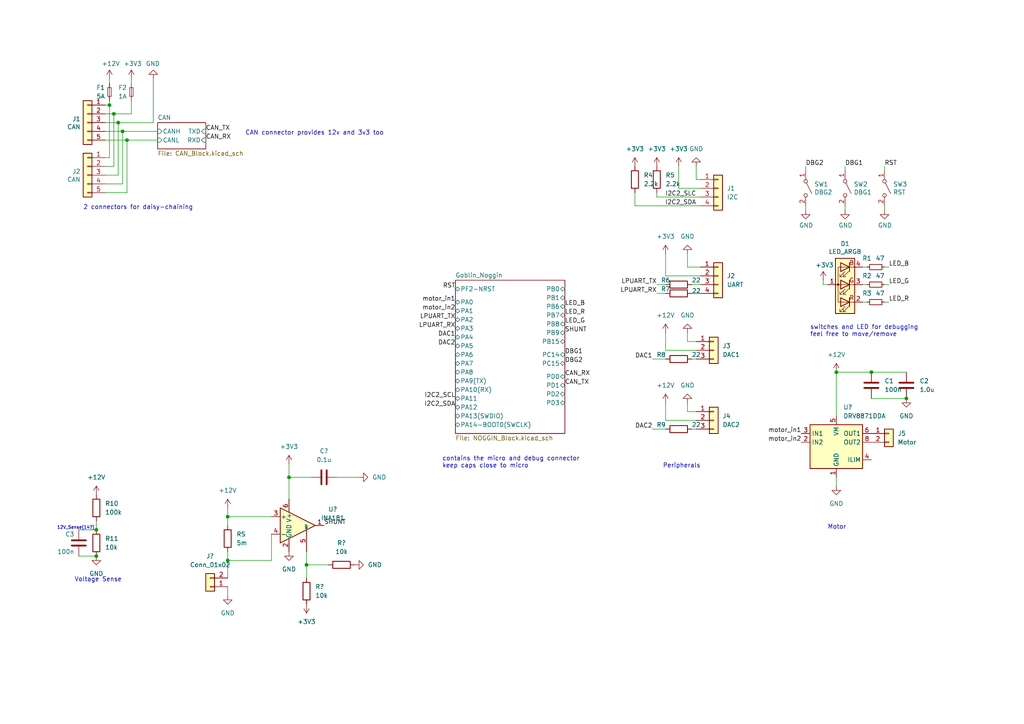
<source format=kicad_sch>
(kicad_sch (version 20211123) (generator eeschema)
  (paper "A4")
  (lib_symbols
    (symbol "Amplifier_Current:INA181" (pin_names (offset 0.127))
      (property "Reference" "U" (at 3.81 3.81 0))
      (property "Value" "INA181" (at 3.81 -2.54 0))
      (symbol "INA181_0_1"
        (polyline (pts (xy 5.08 0) (xy -5.08 5.08) (xy -5.08 -5.08) (xy 5.08 0)) (stroke (width 0.254)) (fill (type background)))
      )
      (symbol "INA181_1_1"
        (pin output line (at 7.62 0 180) (length 2.54) (name "~") (number "1"))
        (pin power_in line (at -2.54 -7.62 90) (length 3.81) (name "GND") (number "2"))
        (pin input line (at -7.62 2.54 0) (length 2.54) (name "+") (number "3"))
        (pin input line (at -7.62 -2.54 0) (length 2.54) (name "-") (number "4"))
        (pin input line (at 2.54 -7.62 90) (length 6.35) (name "REF") (number "5"))
        (pin power_in line (at -2.54 7.62 270) (length 3.81) (name "V+") (number "6"))
      )
    )
    (symbol "Connector_Generic:Conn_01x02" (pin_names (offset 1.016) hide)
      (property "Reference" "J" (at 0 2.54 0))
      (property "Value" "Conn_01x02" (at 0 -5.08 0))
      (symbol "Conn_01x02_1_1"
        (rectangle (start -1.27 -2.413) (end 0 -2.667) (stroke (width 0.1524)))
        (rectangle (start -1.27 0.127) (end 0 -0.127) (stroke (width 0.1524)))
        (rectangle (start -1.27 1.27) (end 1.27 -3.81) (stroke (width 0.254)) (fill (type background)))
        (pin passive line (at -5.08 0 0) (length 3.81) (name "Pin_1") (number "1"))
        (pin passive line (at -5.08 -2.54 0) (length 3.81) (name "Pin_2") (number "2"))
      )
    )
    (symbol "Connector_Generic:Conn_01x03" (pin_names (offset 1.016) hide)
      (property "Reference" "J" (at 0 5.08 0))
      (property "Value" "Conn_01x03" (at 0 -5.08 0))
      (symbol "Conn_01x03_1_1"
        (rectangle (start -1.27 -2.413) (end 0 -2.667) (stroke (width 0.1524)))
        (rectangle (start -1.27 0.127) (end 0 -0.127) (stroke (width 0.1524)))
        (rectangle (start -1.27 2.667) (end 0 2.413) (stroke (width 0.1524)))
        (rectangle (start -1.27 3.81) (end 1.27 -3.81) (stroke (width 0.254)) (fill (type background)))
        (pin passive line (at -5.08 2.54 0) (length 3.81) (name "Pin_1") (number "1"))
        (pin passive line (at -5.08 0 0) (length 3.81) (name "Pin_2") (number "2"))
        (pin passive line (at -5.08 -2.54 0) (length 3.81) (name "Pin_3") (number "3"))
      )
    )
    (symbol "Connector_Generic:Conn_01x04" (pin_names (offset 1.016) hide)
      (property "Reference" "J" (at 0 5.08 0))
      (property "Value" "Conn_01x04" (at 0 -7.62 0))
      (symbol "Conn_01x04_1_1"
        (rectangle (start -1.27 -4.953) (end 0 -5.207) (stroke (width 0.1524)))
        (rectangle (start -1.27 -2.413) (end 0 -2.667) (stroke (width 0.1524)))
        (rectangle (start -1.27 0.127) (end 0 -0.127) (stroke (width 0.1524)))
        (rectangle (start -1.27 2.667) (end 0 2.413) (stroke (width 0.1524)))
        (rectangle (start -1.27 3.81) (end 1.27 -6.35) (stroke (width 0.254)) (fill (type background)))
        (pin passive line (at -5.08 2.54 0) (length 3.81) (name "Pin_1") (number "1"))
        (pin passive line (at -5.08 0 0) (length 3.81) (name "Pin_2") (number "2"))
        (pin passive line (at -5.08 -2.54 0) (length 3.81) (name "Pin_3") (number "3"))
        (pin passive line (at -5.08 -5.08 0) (length 3.81) (name "Pin_4") (number "4"))
      )
    )
    (symbol "Connector_Generic:Conn_01x05" (pin_names (offset 1.016) hide)
      (property "Reference" "J" (at 0 7.62 0))
      (property "Value" "Conn_01x05" (at 0 -7.62 0))
      (symbol "Conn_01x05_1_1"
        (rectangle (start -1.27 -4.953) (end 0 -5.207) (stroke (width 0.1524)))
        (rectangle (start -1.27 -2.413) (end 0 -2.667) (stroke (width 0.1524)))
        (rectangle (start -1.27 0.127) (end 0 -0.127) (stroke (width 0.1524)))
        (rectangle (start -1.27 2.667) (end 0 2.413) (stroke (width 0.1524)))
        (rectangle (start -1.27 5.207) (end 0 4.953) (stroke (width 0.1524)))
        (rectangle (start -1.27 6.35) (end 1.27 -6.35) (stroke (width 0.254)) (fill (type background)))
        (pin passive line (at -5.08 5.08 0) (length 3.81) (name "Pin_1") (number "1"))
        (pin passive line (at -5.08 2.54 0) (length 3.81) (name "Pin_2") (number "2"))
        (pin passive line (at -5.08 0 0) (length 3.81) (name "Pin_3") (number "3"))
        (pin passive line (at -5.08 -2.54 0) (length 3.81) (name "Pin_4") (number "4"))
        (pin passive line (at -5.08 -5.08 0) (length 3.81) (name "Pin_5") (number "5"))
      )
    )
    (symbol "Device:C" (pin_numbers hide) (pin_names (offset 0.254))
      (property "Reference" "C" (at 0.635 2.54 0))
      (property "Value" "C" (at 0.635 -2.54 0))
      (symbol "C_0_1"
        (polyline (pts (xy -2.032 -0.762) (xy 2.032 -0.762)) (stroke (width 0.508)))
        (polyline (pts (xy -2.032 0.762) (xy 2.032 0.762)) (stroke (width 0.508)))
      )
      (symbol "C_1_1"
        (pin passive line (at 0 3.81 270) (length 2.794) (name "~") (number "1"))
        (pin passive line (at 0 -3.81 90) (length 2.794) (name "~") (number "2"))
      )
    )
    (symbol "Device:Fuse_Small" (pin_numbers hide) (pin_names (offset 0.254) hide)
      (property "Reference" "F" (at 0 -1.524 0))
      (property "Value" "Fuse_Small" (at 0 1.524 0))
      (symbol "Fuse_Small_0_1"
        (rectangle (start -1.27 0.508) (end 1.27 -0.508))
        (polyline (pts (xy -1.27 0) (xy 1.27 0)))
      )
      (symbol "Fuse_Small_1_1"
        (pin passive line (at -2.54 0 0) (length 1.27) (name "~") (number "1"))
        (pin passive line (at 2.54 0 180) (length 1.27) (name "~") (number "2"))
      )
    )
    (symbol "Device:LED_ARGB" (pin_names (offset 0) hide)
      (property "Reference" "D" (at 0 9.398 0))
      (property "Value" "LED_ARGB" (at 0 -8.89 0))
      (symbol "LED_ARGB_0_0"
        (text "B" (at -1.905 -6.35 0) (effects (font (size 1.27 1.27))))
        (text "G" (at -1.905 -1.27 0) (effects (font (size 1.27 1.27))))
        (text "R" (at -1.905 3.81 0) (effects (font (size 1.27 1.27))))
      )
      (symbol "LED_ARGB_0_1"
        (polyline (pts (xy -1.27 -5.08) (xy -2.54 -5.08)))
        (polyline (pts (xy -1.27 -5.08) (xy 1.27 -5.08)))
        (polyline (pts (xy -1.27 -3.81) (xy -1.27 -6.35)) (stroke (width 0.254)))
        (polyline (pts (xy -1.27 0) (xy -2.54 0)))
        (polyline (pts (xy -1.27 1.27) (xy -1.27 -1.27)) (stroke (width 0.254)))
        (polyline (pts (xy -1.27 5.08) (xy -2.54 5.08)))
        (polyline (pts (xy -1.27 5.08) (xy 1.27 5.08)))
        (polyline (pts (xy -1.27 6.35) (xy -1.27 3.81)) (stroke (width 0.254)))
        (polyline (pts (xy 1.27 0) (xy -1.27 0)))
        (polyline (pts (xy 1.27 0) (xy 2.54 0)))
        (polyline (pts (xy -1.27 1.27) (xy -1.27 -1.27) (xy -1.27 -1.27)))
        (polyline (pts (xy -1.27 6.35) (xy -1.27 3.81) (xy -1.27 3.81)))
        (polyline (pts (xy 1.27 -5.08) (xy 2.032 -5.08) (xy 2.032 5.08) (xy 1.27 5.08)))
        (polyline (pts (xy 1.27 -3.81) (xy 1.27 -6.35) (xy -1.27 -5.08) (xy 1.27 -3.81)) (stroke (width 0.254)))
        (polyline (pts (xy 1.27 1.27) (xy 1.27 -1.27) (xy -1.27 0) (xy 1.27 1.27)) (stroke (width 0.254)))
        (polyline (pts (xy 1.27 6.35) (xy 1.27 3.81) (xy -1.27 5.08) (xy 1.27 6.35)) (stroke (width 0.254)))
        (polyline (pts (xy -1.016 -3.81) (xy 0.508 -2.286) (xy -0.254 -2.286) (xy 0.508 -2.286) (xy 0.508 -3.048)))
        (polyline (pts (xy -1.016 1.27) (xy 0.508 2.794) (xy -0.254 2.794) (xy 0.508 2.794) (xy 0.508 2.032)))
        (polyline (pts (xy -1.016 6.35) (xy 0.508 7.874) (xy -0.254 7.874) (xy 0.508 7.874) (xy 0.508 7.112)))
        (polyline (pts (xy 0 -3.81) (xy 1.524 -2.286) (xy 0.762 -2.286) (xy 1.524 -2.286) (xy 1.524 -3.048)))
        (polyline (pts (xy 0 1.27) (xy 1.524 2.794) (xy 0.762 2.794) (xy 1.524 2.794) (xy 1.524 2.032)))
        (polyline (pts (xy 0 6.35) (xy 1.524 7.874) (xy 0.762 7.874) (xy 1.524 7.874) (xy 1.524 7.112)))
        (rectangle (start 1.27 -1.27) (end 1.27 1.27))
        (rectangle (start 1.27 1.27) (end 1.27 1.27))
        (rectangle (start 1.27 3.81) (end 1.27 6.35))
        (rectangle (start 1.27 6.35) (end 1.27 6.35))
        (circle (center 2.032 0) (radius 0.254) (fill (type outline)))
        (rectangle (start 2.794 8.382) (end -2.794 -7.62) (stroke (width 0.254)) (fill (type background)))
      )
      (symbol "LED_ARGB_1_1"
        (pin passive line (at 5.08 0 180) (length 2.54) (name "A") (number "1"))
        (pin passive line (at -5.08 5.08 0) (length 2.54) (name "RK") (number "2"))
        (pin passive line (at -5.08 0 0) (length 2.54) (name "GK") (number "3"))
        (pin passive line (at -5.08 -5.08 0) (length 2.54) (name "BK") (number "4"))
      )
    )
    (symbol "Device:R" (pin_numbers hide) (pin_names (offset 0))
      (property "Reference" "R" (at 2.032 0 90))
      (property "Value" "R" (at 0 0 90))
      (symbol "R_0_1"
        (rectangle (start -1.016 -2.54) (end 1.016 2.54) (stroke (width 0.254)))
      )
      (symbol "R_1_1"
        (pin passive line (at 0 3.81 270) (length 1.27) (name "~") (number "1"))
        (pin passive line (at 0 -3.81 90) (length 1.27) (name "~") (number "2"))
      )
    )
    (symbol "Device:R_Small" (pin_numbers hide) (pin_names (offset 0.254) hide)
      (property "Reference" "R" (at 0.762 0.508 0))
      (property "Value" "R_Small" (at 0.762 -1.016 0))
      (symbol "R_Small_0_1"
        (rectangle (start -0.762 1.778) (end 0.762 -1.778) (stroke (width 0.2032)))
      )
      (symbol "R_Small_1_1"
        (pin passive line (at 0 2.54 270) (length 0.762) (name "~") (number "1"))
        (pin passive line (at 0 -2.54 90) (length 0.762) (name "~") (number "2"))
      )
    )
    (symbol "Driver_Motor:DRV8871DDA"
      (property "Reference" "U" (at -6.35 6.35 0))
      (property "Value" "DRV8871DDA" (at 8.89 6.35 0))
      (symbol "DRV8871DDA_0_1"
        (rectangle (start -7.62 5.08) (end 7.62 -7.62) (stroke (width 0.254)) (fill (type background)))
      )
      (symbol "DRV8871DDA_1_1"
        (pin power_in line (at 0 -10.16 90) (length 2.54) (name "GND") (number "1"))
        (pin input line (at -10.16 0 0) (length 2.54) (name "IN2") (number "2"))
        (pin input line (at -10.16 2.54 0) (length 2.54) (name "IN1") (number "3"))
        (pin passive line (at 10.16 -5.08 180) (length 2.54) (name "ILIM") (number "4"))
        (pin power_in line (at 0 7.62 270) (length 2.54) (name "VM") (number "5"))
        (pin output line (at 10.16 2.54 180) (length 2.54) (name "OUT1") (number "6"))
        (pin passive line (at 0 -10.16 90) (length 2.54) hide (name "GND") (number "7"))
        (pin output line (at 10.16 0 180) (length 2.54) (name "OUT2") (number "8"))
        (pin passive line (at 0 -10.16 90) (length 2.54) hide (name "GND") (number "9"))
      )
    )
    (symbol "Switch:SW_SPST" (pin_names (offset 0) hide)
      (property "Reference" "SW" (at 0 3.175 0))
      (property "Value" "SW_SPST" (at 0 -2.54 0))
      (symbol "SW_SPST_0_0"
        (circle (center -2.032 0) (radius 0.508))
        (polyline (pts (xy -1.524 0.254) (xy 1.524 1.778)))
        (circle (center 2.032 0) (radius 0.508))
      )
      (symbol "SW_SPST_1_1"
        (pin passive line (at -5.08 0 0) (length 2.54) (name "A") (number "1"))
        (pin passive line (at 5.08 0 180) (length 2.54) (name "B") (number "2"))
      )
    )
    (symbol "power:+12V" (power) (pin_names (offset 0))
      (property "Value" "+12V" (at 0 3.556 0))
      (symbol "+12V_0_1"
        (polyline (pts (xy -0.762 1.27) (xy 0 2.54)))
        (polyline (pts (xy 0 0) (xy 0 2.54)))
        (polyline (pts (xy 0 2.54) (xy 0.762 1.27)))
      )
      (symbol "+12V_1_1"
        (pin power_in line (at 0 0 90) (length 0) hide (name "+12V") (number "1"))
      )
    )
    (symbol "power:+3.3V" (power) (pin_names (offset 0))
      (property "Value" "+3.3V" (at 0 3.556 0))
      (symbol "+3.3V_0_1"
        (polyline (pts (xy -0.762 1.27) (xy 0 2.54)))
        (polyline (pts (xy 0 0) (xy 0 2.54)))
        (polyline (pts (xy 0 2.54) (xy 0.762 1.27)))
      )
      (symbol "+3.3V_1_1"
        (pin power_in line (at 0 0 90) (length 0) hide (name "+3V3") (number "1"))
      )
    )
    (symbol "power:+3V3" (power) (pin_names (offset 0))
      (property "Value" "+3V3" (at 0 3.556 0))
      (symbol "+3V3_0_1"
        (polyline (pts (xy -0.762 1.27) (xy 0 2.54)))
        (polyline (pts (xy 0 0) (xy 0 2.54)))
        (polyline (pts (xy 0 2.54) (xy 0.762 1.27)))
      )
      (symbol "+3V3_1_1"
        (pin power_in line (at 0 0 90) (length 0) hide (name "+3V3") (number "1"))
      )
    )
    (symbol "power:GND" (power) (pin_names (offset 0))
      (property "Value" "GND" (at 0 -3.81 0))
      (symbol "GND_0_1"
        (polyline (pts (xy 0 0) (xy 0 -1.27) (xy 1.27 -1.27) (xy 0 -2.54) (xy -1.27 -1.27) (xy 0 -1.27)))
      )
      (symbol "GND_1_1"
        (pin power_in line (at 0 0 270) (length 0) hide (name "GND") (number "1"))
      )
    )
  )
  (junction (at 66.04 162.56))
  (junction (at 262.89 115.57))
  (junction (at 83.82 138.43))
  (junction (at 34.29 35.56))
  (junction (at 35.56 38.1))
  (junction (at 66.04 149.86))
  (junction (at 242.57 107.95))
  (junction (at 27.94 153.67))
  (junction (at 88.9 163.83))
  (junction (at 27.94 161.29))
  (junction (at 252.73 107.95))
  (junction (at 36.83 40.64))
  (junction (at 33.02 33.02))
  (junction (at 31.75 30.48))
  (wire (pts (xy 193.04 116.84) (xy 193.04 121.92)))
  (wire (pts (xy 66.04 149.86) (xy 78.74 149.86)))
  (wire (pts (xy 238.76 81.28) (xy 238.76 82.55)))
  (wire (pts (xy 200.66 85.09) (xy 203.2 85.09)))
  (wire (pts (xy 22.86 153.67) (xy 27.94 153.67)))
  (wire (pts (xy 33.02 33.02) (xy 38.1 33.02)))
  (wire (pts (xy 184.15 55.88) (xy 184.15 59.69)))
  (wire (pts (xy 203.2 80.01) (xy 193.04 80.01)))
  (wire (pts (xy 22.86 161.29) (xy 27.94 161.29)))
  (wire (pts (xy 34.29 50.8) (xy 34.29 35.56)))
  (wire (pts (xy 44.45 35.56) (xy 44.45 22.86)))
  (wire (pts (xy 66.04 170.18) (xy 66.04 172.72)))
  (wire (pts (xy 30.48 33.02) (xy 33.02 33.02)))
  (wire (pts (xy 88.9 163.83) (xy 95.25 163.83)))
  (wire (pts (xy 45.72 38.1) (xy 35.56 38.1)))
  (wire (pts (xy 199.39 116.84) (xy 199.39 119.38)))
  (wire (pts (xy 199.39 96.52) (xy 199.39 99.06)))
  (wire (pts (xy 88.9 160.02) (xy 88.9 163.83)))
  (wire (pts (xy 190.5 55.88) (xy 190.5 57.15)))
  (wire (pts (xy 233.68 48.26) (xy 233.68 49.53)))
  (wire (pts (xy 36.83 40.64) (xy 45.72 40.64)))
  (wire (pts (xy 242.57 107.95) (xy 252.73 107.95)))
  (wire (pts (xy 201.93 99.06) (xy 199.39 99.06)))
  (wire (pts (xy 250.19 87.63) (xy 251.46 87.63)))
  (wire (pts (xy 66.04 162.56) (xy 66.04 160.02)))
  (wire (pts (xy 201.93 101.6) (xy 193.04 101.6)))
  (wire (pts (xy 30.48 30.48) (xy 31.75 30.48)))
  (wire (pts (xy 66.04 162.56) (xy 66.04 167.64)))
  (wire (pts (xy 233.68 60.96) (xy 233.68 59.69)))
  (wire (pts (xy 66.04 152.4) (xy 66.04 149.86)))
  (wire (pts (xy 97.79 138.43) (xy 104.14 138.43)))
  (wire (pts (xy 199.39 73.66) (xy 199.39 77.47)))
  (wire (pts (xy 201.93 119.38) (xy 199.39 119.38)))
  (wire (pts (xy 30.48 45.72) (xy 31.75 45.72)))
  (wire (pts (xy 203.2 57.15) (xy 190.5 57.15)))
  (wire (pts (xy 31.75 45.72) (xy 31.75 30.48)))
  (wire (pts (xy 35.56 53.34) (xy 35.56 38.1)))
  (wire (pts (xy 88.9 163.83) (xy 88.9 167.64)))
  (wire (pts (xy 31.75 30.48) (xy 31.75 29.21)))
  (wire (pts (xy 78.74 154.94) (xy 78.74 162.56)))
  (wire (pts (xy 34.29 35.56) (xy 44.45 35.56)))
  (wire (pts (xy 90.17 138.43) (xy 83.82 138.43)))
  (wire (pts (xy 190.5 82.55) (xy 193.04 82.55)))
  (wire (pts (xy 189.23 124.46) (xy 193.04 124.46)))
  (wire (pts (xy 256.54 60.96) (xy 256.54 59.69)))
  (wire (pts (xy 256.54 87.63) (xy 257.81 87.63)))
  (wire (pts (xy 38.1 33.02) (xy 38.1 29.21)))
  (wire (pts (xy 203.2 77.47) (xy 199.39 77.47)))
  (wire (pts (xy 203.2 54.61) (xy 196.85 54.61)))
  (wire (pts (xy 256.54 82.55) (xy 257.81 82.55)))
  (wire (pts (xy 193.04 96.52) (xy 193.04 101.6)))
  (wire (pts (xy 201.93 121.92) (xy 193.04 121.92)))
  (wire (pts (xy 38.1 24.13) (xy 38.1 22.86)))
  (wire (pts (xy 35.56 38.1) (xy 30.48 38.1)))
  (wire (pts (xy 83.82 134.62) (xy 83.82 138.43)))
  (wire (pts (xy 242.57 140.97) (xy 242.57 138.43)))
  (wire (pts (xy 196.85 48.26) (xy 196.85 54.61)))
  (wire (pts (xy 30.48 53.34) (xy 35.56 53.34)))
  (wire (pts (xy 30.48 40.64) (xy 36.83 40.64)))
  (wire (pts (xy 250.19 77.47) (xy 251.46 77.47)))
  (wire (pts (xy 27.94 151.13) (xy 27.94 153.67)))
  (wire (pts (xy 201.93 48.26) (xy 201.93 52.07)))
  (wire (pts (xy 30.48 48.26) (xy 33.02 48.26)))
  (wire (pts (xy 252.73 115.57) (xy 262.89 115.57)))
  (wire (pts (xy 66.04 162.56) (xy 78.74 162.56)))
  (wire (pts (xy 203.2 52.07) (xy 201.93 52.07)))
  (wire (pts (xy 190.5 85.09) (xy 193.04 85.09)))
  (wire (pts (xy 242.57 107.95) (xy 242.57 120.65)))
  (wire (pts (xy 256.54 77.47) (xy 257.81 77.47)))
  (wire (pts (xy 30.48 35.56) (xy 34.29 35.56)))
  (wire (pts (xy 200.66 104.14) (xy 201.93 104.14)))
  (wire (pts (xy 252.73 107.95) (xy 262.89 107.95)))
  (wire (pts (xy 30.48 50.8) (xy 34.29 50.8)))
  (wire (pts (xy 245.11 60.96) (xy 245.11 59.69)))
  (wire (pts (xy 203.2 59.69) (xy 184.15 59.69)))
  (wire (pts (xy 36.83 55.88) (xy 36.83 40.64)))
  (wire (pts (xy 200.66 124.46) (xy 201.93 124.46)))
  (wire (pts (xy 31.75 24.13) (xy 31.75 22.86)))
  (wire (pts (xy 250.19 82.55) (xy 251.46 82.55)))
  (wire (pts (xy 66.04 149.86) (xy 66.04 147.32)))
  (wire (pts (xy 33.02 48.26) (xy 33.02 33.02)))
  (wire (pts (xy 30.48 55.88) (xy 36.83 55.88)))
  (wire (pts (xy 189.23 104.14) (xy 193.04 104.14)))
  (wire (pts (xy 83.82 138.43) (xy 83.82 144.78)))
  (wire (pts (xy 200.66 82.55) (xy 203.2 82.55)))
  (wire (pts (xy 256.54 48.26) (xy 256.54 49.53)))
  (wire (pts (xy 245.11 48.26) (xy 245.11 49.53)))
  (wire (pts (xy 193.04 73.66) (xy 193.04 80.01)))
  (wire (pts (xy 238.76 82.55) (xy 240.03 82.55)))
  (text "2 connectors for daisy-chaining" (at 24.13 60.96 0) (effects (font (size 1.27 1.27)) (justify left bottom)))
  (text "12V_Sense(14?)\n" (at 16.51 153.67 0) (effects (font (size 0.9 0.9)) (justify left bottom)))
  (text "Motor\n" (at 240.03 153.67 0) (effects (font (size 1.27 1.27)) (justify left bottom)))
  (text "switches and LED for debugging\nfeel free to move/remove" (at 234.95 97.79 0) (effects (font (size 1.27 1.27)) (justify left bottom)))
  (text "CAN connector provides 12v and 3v3 too" (at 71.12 39.37 0) (effects (font (size 1.27 1.27)) (justify left bottom)))
  (text "contains the micro and debug connector\nkeep caps close to micro" (at 128.27 135.89 0) (effects (font (size 1.27 1.27)) (justify left bottom)))
  (text "Peripherals\n" (at 203.2 135.89 180) (effects (font (size 1.27 1.27)) (justify right bottom)))
  (text "Voltage Sense\n" (at 21.59 168.91 0) (effects (font (size 1.27 1.27)) (justify left bottom)))
  (label "CAN_RX" (at 163.83 109.22 0))
  (label "LED_B" (at 163.83 88.9 0))
  (label "SHUNT" (at 163.83 96.52 0))
  (label "I2C2_SDA" (at 132.08 118.11 180))
  (label "LPUART_TX" (at 132.08 92.71 180))
  (label "LED_B" (at 257.81 77.47 0))
  (label "RST" (at 132.08 83.82 180))
  (label "motor_in1" (at 232.41 125.73 180))
  (label "I2C2_SCL" (at 132.08 115.57 180))
  (label "I2C2_SLC" (at 201.93 57.15 180))
  (label "DAC1" (at 132.08 97.79 180))
  (label "DAC1" (at 189.23 104.14 180))
  (label "CAN_RX" (at 59.69 40.64 0))
  (label "LED_R" (at 163.83 91.44 0))
  (label "I2C2_SDA" (at 201.93 59.69 180))
  (label "LED_G" (at 163.83 93.98 0))
  (label "CAN_TX" (at 163.83 111.76 0))
  (label "SHUNT" (at 93.98 152.4 0))
  (label "motor_in2" (at 232.41 128.27 180))
  (label "LPUART_TX" (at 190.5 82.55 180))
  (label "LPUART_RX" (at 190.5 85.09 180))
  (label "DBG1" (at 245.11 48.26 0))
  (label "LPUART_RX" (at 132.08 95.25 180))
  (label "motor_in1" (at 132.08 87.63 180))
  (label "LED_R" (at 257.81 87.63 0))
  (label "DAC2" (at 189.23 124.46 180))
  (label "LED_G" (at 257.81 82.55 0))
  (label "DBG2" (at 233.68 48.26 0))
  (label "DBG1" (at 163.83 102.87 0))
  (label "CAN_TX" (at 59.69 38.1 0))
  (label "RST" (at 256.54 48.26 0))
  (label "DBG2" (at 163.83 105.41 0))
  (label "DAC2" (at 132.08 100.33 180))
  (label "motor_in2" (at 132.08 90.17 180))
  (symbol (lib_id "Switch:SW_SPST") (at 233.68 54.61 270) (unit 1)
    (property "Reference" "SW1" (at 236.1692 53.4416 90) (effects (justify left)))
    (property "Value" "DBG2" (at 236.1692 55.753 90) (effects (justify left)))
    (property "Footprint" "Button_Switch_SMD:SW_SPST_PTS810" (effects hide))
  )
  (symbol (lib_id "power:GND") (at 233.68 60.96 0) (unit 1)
    (property "Reference" "#PWR04" (effects hide))
    (property "Value" "GND" (at 233.807 65.3542 0))
  )
  (symbol (lib_id "Device:LED_ARGB") (at 245.11 82.55 180) (unit 1)
    (property "Reference" "D1" (at 245.11 70.6882 0))
    (property "Value" "LED_ARGB" (at 245.11 72.9996 0))
    (property "Footprint" "LED_SMD:LED_Cree-PLCC4_2x2mm_CW" (effects hide))
  )
  (symbol (lib_id "Device:R_Small") (at 254 77.47 270) (unit 1)
    (property "Reference" "R1" (at 251.46 74.93 90))
    (property "Value" "47" (at 255.27 74.93 90))
    (property "Footprint" "Resistor_SMD:R_0603_1608Metric" (effects hide))
  )
  (symbol (lib_id "Device:R_Small") (at 254 82.55 270) (unit 1)
    (property "Reference" "R2" (at 251.46 80.01 90))
    (property "Value" "47" (at 255.27 80.01 90))
    (property "Footprint" "Resistor_SMD:R_0603_1608Metric" (effects hide))
  )
  (symbol (lib_id "Device:R_Small") (at 254 87.63 270) (unit 1)
    (property "Reference" "R3" (at 251.46 85.09 90))
    (property "Value" "47" (at 255.27 85.09 90))
    (property "Footprint" "Resistor_SMD:R_0603_1608Metric" (effects hide))
  )
  (symbol (lib_id "power:+3V3") (at 238.76 81.28 0) (unit 1)
    (property "Reference" "#PWR05" (effects hide))
    (property "Value" "+3V3" (at 239.141 76.8858 0))
  )
  (symbol (lib_id "Connector_Generic:Conn_01x05") (at 25.4 35.56 0) (mirror y) (unit 1)
    (property "Reference" "J1" (at 23.368 34.4932 0) (effects (justify left)))
    (property "Value" "CAN" (at 23.368 36.8046 0) (effects (justify left)))
    (property "Footprint" "extraparts:Molex_DuraClik_Vert_5pin" (effects hide))
  )
  (symbol (lib_id "Connector_Generic:Conn_01x05") (at 25.4 50.8 0) (mirror y) (unit 1)
    (property "Reference" "J2" (at 23.368 49.7332 0) (effects (justify left)))
    (property "Value" "CAN" (at 23.368 52.0446 0) (effects (justify left)))
    (property "Footprint" "extraparts:Molex_DuraClik_Vert_5pin" (effects hide))
  )
  (symbol (lib_id "Device:Fuse_Small") (at 38.1 26.67 270) (unit 1)
    (property "Reference" "F2" (at 35.56 25.4 90))
    (property "Value" "1A" (at 35.56 27.94 90))
    (property "Footprint" "Fuse:Fuse_1206_3216Metric" (effects hide))
  )
  (symbol (lib_id "Device:Fuse_Small") (at 31.75 26.67 270) (unit 1)
    (property "Reference" "F1" (at 29.21 25.4 90))
    (property "Value" "5A" (at 29.21 27.94 90))
    (property "Footprint" "Fuse:Fuse_2920_7451Metric" (effects hide))
  )
  (symbol (lib_id "power:+12V") (at 31.75 22.86 0) (unit 1)
    (property "Reference" "#PWR01" (effects hide))
    (property "Value" "+12V" (at 32.131 18.4658 0))
  )
  (symbol (lib_id "power:GND") (at 44.45 22.86 180) (unit 1)
    (property "Reference" "#PWR03" (effects hide))
    (property "Value" "GND" (at 44.323 18.4658 0))
  )
  (symbol (lib_id "Switch:SW_SPST") (at 245.11 54.61 270) (unit 1)
    (property "Reference" "SW2" (at 247.5992 53.4416 90) (effects (justify left)))
    (property "Value" "DBG1" (at 247.5992 55.753 90) (effects (justify left)))
    (property "Footprint" "Button_Switch_SMD:SW_SPST_PTS810" (effects hide))
  )
  (symbol (lib_id "power:GND") (at 245.11 60.96 0) (unit 1)
    (property "Reference" "#PWR06" (effects hide))
    (property "Value" "GND" (at 245.237 65.3542 0))
  )
  (symbol (lib_id "Switch:SW_SPST") (at 256.54 54.61 270) (unit 1)
    (property "Reference" "SW3" (at 259.0292 53.4416 90) (effects (justify left)))
    (property "Value" "RST" (at 259.0292 55.753 90) (effects (justify left)))
    (property "Footprint" "Button_Switch_SMD:SW_SPST_PTS810" (effects hide))
  )
  (symbol (lib_id "power:GND") (at 256.54 60.96 0) (unit 1)
    (property "Reference" "#PWR07" (effects hide))
    (property "Value" "GND" (at 256.667 65.3542 0))
  )
  (symbol (lib_id "power:+3V3") (at 38.1 22.86 0) (unit 1)
    (property "Reference" "#PWR02" (effects hide))
    (property "Value" "+3V3" (at 38.481 18.4658 0))
  )
  (symbol (lib_id "power:+3.3V") (at 184.15 48.26 0) (unit 1)
    (property "Reference" "#PWR?" (effects hide))
    (property "Value" "+3.3V" (at 184.15 43.18 0))
  )
  (symbol (lib_id "power:+3V3") (at 193.04 73.66 0) (unit 1)
    (property "Reference" "#PWR?" (effects hide))
    (property "Value" "+3V3" (at 193.04 68.58 0))
  )
  (symbol (lib_id "Device:C") (at 252.73 111.76 0) (unit 1)
    (property "Reference" "C1" (at 256.54 110.4899 0) (effects (justify left)))
    (property "Value" "100n" (at 256.54 113.0299 0) (effects (justify left)))
  )
  (symbol (lib_id "Device:R") (at 88.9 171.45 0) (unit 1)
    (property "Reference" "R?" (at 91.44 170.1799 0) (effects (justify left)))
    (property "Value" "10k" (at 91.44 172.7199 0) (effects (justify left)))
  )
  (symbol (lib_id "Device:R") (at 184.15 52.07 0) (unit 1)
    (property "Reference" "R4" (at 186.69 50.7999 0) (effects (justify left)))
    (property "Value" "2.2k" (at 186.69 53.3399 0) (effects (justify left)))
  )
  (symbol (lib_id "Device:R") (at 196.85 85.09 90) (unit 1)
    (property "Reference" "R7" (at 193.04 83.82 90))
    (property "Value" "22" (at 200.66 85.09 90) (effects (justify right top)))
  )
  (symbol (lib_id "power:+12V") (at 193.04 116.84 0) (unit 1)
    (property "Reference" "#PWR?" (effects hide))
    (property "Value" "+12V" (at 193.04 111.76 0))
  )
  (symbol (lib_id "power:GND") (at 262.89 115.57 0) (unit 1)
    (property "Reference" "#PWR?" (effects hide))
    (property "Value" "GND" (at 262.89 120.65 0))
  )
  (symbol (lib_id "power:GND") (at 83.82 160.02 0) (unit 1)
    (property "Reference" "#PWR?" (effects hide))
    (property "Value" "GND" (at 83.82 165.1 0))
  )
  (symbol (lib_id "Device:R") (at 27.94 157.48 0) (unit 1)
    (property "Reference" "R11" (at 30.48 156.2099 0) (effects (justify left)))
    (property "Value" "10k" (at 30.48 158.7499 0) (effects (justify left)))
  )
  (symbol (lib_id "power:+3.3V") (at 196.85 48.26 0) (unit 1)
    (property "Reference" "#PWR?" (effects hide))
    (property "Value" "+3.3V" (at 196.85 43.18 0))
  )
  (symbol (lib_id "Amplifier_Current:INA181") (at 86.36 152.4 0) (unit 1)
    (property "Reference" "U?" (at 96.52 147.701 0))
    (property "Value" "INA181" (at 96.52 150.241 0))
    (property "Footprint" "Package_TO_SOT_SMD:SOT-23-6" (effects hide))
    (property "Datasheet" "http://www.ti.com/lit/ds/symlink/ina181.pdf" (effects hide))
  )
  (symbol (lib_id "power:+12V") (at 193.04 96.52 0) (unit 1)
    (property "Reference" "#PWR?" (effects hide))
    (property "Value" "+12V" (at 193.04 91.44 0))
  )
  (symbol (lib_id "power:+3.3V") (at 190.5 48.26 0) (unit 1)
    (property "Reference" "#PWR?" (effects hide))
    (property "Value" "+3.3V" (at 190.5 43.18 0))
  )
  (symbol (lib_id "power:GND") (at 27.94 161.29 0) (unit 1)
    (property "Reference" "#PWR?" (effects hide))
    (property "Value" "GND" (at 27.94 166.37 0))
  )
  (symbol (lib_id "power:+3V3") (at 88.9 175.26 180) (unit 1)
    (property "Reference" "#PWR?" (effects hide))
    (property "Value" "+3V3" (at 88.9 180.34 0))
  )
  (symbol (lib_id "Device:R") (at 99.06 163.83 90) (unit 1)
    (property "Reference" "R?" (at 99.06 157.48 90))
    (property "Value" "10k" (at 99.06 160.02 90))
  )
  (symbol (lib_id "power:GND") (at 66.04 172.72 0) (unit 1)
    (property "Reference" "#PWR?" (effects hide))
    (property "Value" "GND" (at 66.04 177.8 0))
  )
  (symbol (lib_id "power:+12V") (at 66.04 147.32 0) (unit 1)
    (property "Reference" "#PWR?" (effects hide))
    (property "Value" "+12V" (at 66.04 142.24 0))
  )
  (symbol (lib_id "Device:C") (at 262.89 111.76 0) (unit 1)
    (property "Reference" "C2" (at 266.7 110.4899 0) (effects (justify left)))
    (property "Value" "1.0u" (at 266.7 113.0299 0) (effects (justify left)))
  )
  (symbol (lib_id "Connector_Generic:Conn_01x04") (at 208.28 54.61 0) (unit 1)
    (property "Reference" "J1" (at 210.82 54.6099 0) (effects (justify left)))
    (property "Value" "I2C" (at 210.82 57.1499 0) (effects (justify left)))
    (property "Footprint" "Connector_PinSocket_1.00mm:PinSocket_1x04_P1.00mm_Vertical" (effects hide))
  )
  (symbol (lib_id "power:+12V") (at 27.94 143.51 0) (unit 1)
    (property "Reference" "#PWR?" (effects hide))
    (property "Value" "+12V" (at 27.94 138.43 0))
  )
  (symbol (lib_id "power:+12V") (at 242.57 107.95 0) (unit 1)
    (property "Reference" "#PWR?" (effects hide))
    (property "Value" "+12V" (at 242.57 102.87 0))
  )
  (symbol (lib_id "Connector_Generic:Conn_01x02") (at 257.81 125.73 0) (unit 1)
    (property "Reference" "J5" (at 260.35 125.7299 0) (effects (justify left)))
    (property "Value" "Motor" (at 260.35 128.2699 0) (effects (justify left)))
  )
  (symbol (lib_id "power:GND") (at 102.87 163.83 90) (unit 1)
    (property "Reference" "#PWR?" (effects hide))
    (property "Value" "GND" (at 106.68 163.8299 90) (effects (justify right)))
  )
  (symbol (lib_id "power:GND") (at 242.57 140.97 0) (unit 1)
    (property "Reference" "#PWR?" (effects hide))
    (property "Value" "GND" (at 242.57 146.05 0))
  )
  (symbol (lib_id "Device:R") (at 27.94 147.32 0) (unit 1)
    (property "Reference" "R10" (at 30.48 146.0499 0) (effects (justify left)))
    (property "Value" "100k" (at 30.48 148.5899 0) (effects (justify left)))
  )
  (symbol (lib_id "Device:C") (at 93.98 138.43 90) (unit 1)
    (property "Reference" "C?" (at 93.98 130.81 90))
    (property "Value" "0.1u" (at 93.98 133.35 90))
  )
  (symbol (lib_id "power:GND") (at 199.39 73.66 180) (unit 1)
    (property "Reference" "#PWR?" (effects hide))
    (property "Value" "GND" (at 199.39 68.58 0))
  )
  (symbol (lib_id "power:GND") (at 199.39 116.84 180) (unit 1)
    (property "Reference" "#PWR?" (effects hide))
    (property "Value" "GND" (at 199.39 111.76 0))
  )
  (symbol (lib_id "Connector_Generic:Conn_01x03") (at 207.01 101.6 0) (unit 1)
    (property "Reference" "J3" (at 209.55 100.3299 0) (effects (justify left)))
    (property "Value" "DAC1" (at 209.55 102.8699 0) (effects (justify left)))
    (property "Footprint" "Connector_PinSocket_1.00mm:PinSocket_1x03_P1.00mm_Vertical" (effects hide))
  )
  (symbol (lib_id "power:+3V3") (at 83.82 134.62 0) (unit 1)
    (property "Reference" "#PWR?" (effects hide))
    (property "Value" "+3V3" (at 83.82 129.54 0))
  )
  (symbol (lib_id "Connector_Generic:Conn_01x04") (at 208.28 80.01 0) (unit 1)
    (property "Reference" "J2" (at 210.82 80.0099 0) (effects (justify left)))
    (property "Value" "UART" (at 210.82 82.5499 0) (effects (justify left)))
    (property "Footprint" "Connector_PinSocket_1.00mm:PinSocket_1x04_P1.00mm_Vertical" (effects hide))
  )
  (symbol (lib_id "Device:R") (at 196.85 104.14 90) (unit 1)
    (property "Reference" "R8" (at 191.77 102.87 90))
    (property "Value" "22" (at 201.93 102.87 90))
  )
  (symbol (lib_id "power:GND") (at 104.14 138.43 90) (unit 1)
    (property "Reference" "#PWR?" (effects hide))
    (property "Value" "GND" (at 107.95 138.4299 90) (effects (justify right)))
  )
  (symbol (lib_id "Device:R") (at 190.5 52.07 0) (unit 1)
    (property "Reference" "R5" (at 193.04 50.7999 0) (effects (justify left)))
    (property "Value" "2.2k" (at 193.04 53.3399 0) (effects (justify left)))
  )
  (symbol (lib_id "Connector_Generic:Conn_01x03") (at 207.01 121.92 0) (unit 1)
    (property "Reference" "J4" (at 209.55 120.6499 0) (effects (justify left)))
    (property "Value" "DAC2" (at 209.55 123.1899 0) (effects (justify left)))
    (property "Footprint" "Connector_PinSocket_1.00mm:PinSocket_1x03_P1.00mm_Vertical" (effects hide))
  )
  (symbol (lib_id "power:GND") (at 201.93 48.26 180) (unit 1)
    (property "Reference" "#PWR?" (effects hide))
    (property "Value" "GND" (at 201.93 43.18 0))
  )
  (symbol (lib_id "Device:C") (at 22.86 157.48 0) (unit 1)
    (property "Reference" "C3" (at 21.59 154.94 0) (effects (justify right)))
    (property "Value" "100n" (at 21.59 160.02 0) (effects (justify right)))
  )
  (symbol (lib_id "Device:R") (at 196.85 82.55 90) (unit 1)
    (property "Reference" "R6" (at 193.04 81.28 90))
    (property "Value" "22" (at 201.93 81.28 90))
  )
  (symbol (lib_id "Device:R") (at 196.85 124.46 90) (unit 1)
    (property "Reference" "R9" (at 191.77 123.19 90))
    (property "Value" "22" (at 201.93 123.19 90))
  )
  (symbol (lib_id "Device:R") (at 66.04 156.21 0) (unit 1)
    (property "Reference" "RS" (at 68.58 154.9399 0) (effects (justify left)))
    (property "Value" "5m" (at 68.58 157.4799 0) (effects (justify left)))
  )
  (symbol (lib_id "power:GND") (at 199.39 96.52 180) (unit 1)
    (property "Reference" "#PWR?" (effects hide))
    (property "Value" "GND" (at 199.39 91.44 0))
  )
  (symbol (lib_id "Connector_Generic:Conn_01x02") (at 60.96 170.18 180) (unit 1)
    (property "Reference" "J?" (at 60.96 161.29 0))
    (property "Value" "Conn_01x02" (at 60.96 163.83 0))
  )
  (symbol (lib_id "Driver_Motor:DRV8871DDA") (at 242.57 128.27 0) (unit 1)
    (property "Reference" "U?" (at 244.5894 118.11 0) (effects (justify left)))
    (property "Value" "DRV8871DDA" (at 244.5894 120.65 0) (effects (justify left)))
    (property "Footprint" "Package_SO:Texas_HTSOP-8-1EP_3.9x4.9mm_P1.27mm_EP2.95x4.9mm_Mask2.4x3.1mm_ThermalVias" (effects hide))
    (property "Datasheet" "http://www.ti.com/lit/ds/symlink/drv8871.pdf" (effects hide))
  )
  (sheet (at 45.72 35.56) (size 13.97 7.62)
    (property "Sheet name" "CAN" (at 45.72 34.8484 0) (effects (justify left bottom)))
    (property "Sheet file" "CAN_Block.kicad_sch" (at 45.72 43.7646 0) (effects (justify left top)))
    (pin "TXD" input (at 59.69 38.1 0))
    (pin "RXD" input (at 59.69 40.64 0))
    (pin "CANH" input (at 45.72 38.1 180))
    (pin "CANL" input (at 45.72 40.64 180))
  )
  (sheet (at 132.08 81.28) (size 31.75 44.45)
    (property "Sheet name" "Goblin_Noggin" (at 132.08 80.5684 0) (effects (justify left bottom)))
    (property "Sheet file" "NOGGIN_Block.kicad_sch" (at 132.08 126.3146 0) (effects (justify left top)))
    (pin "PA0" bidirectional (at 132.08 87.63 180))
    (pin "PA1" bidirectional (at 132.08 90.17 180))
    (pin "PA2" bidirectional (at 132.08 92.71 180))
    (pin "PF2-NRST" bidirectional (at 132.08 83.82 180))
    (pin "PA3" bidirectional (at 132.08 95.25 180))
    (pin "PA4" bidirectional (at 132.08 97.79 180))
    (pin "PA5" bidirectional (at 132.08 100.33 180))
    (pin "PA6" bidirectional (at 132.08 102.87 180))
    (pin "PA7" bidirectional (at 132.08 105.41 180))
    (pin "PB0" bidirectional (at 163.83 83.82 0))
    (pin "PB1" bidirectional (at 163.83 86.36 0))
    (pin "PB6" bidirectional (at 163.83 88.9 0))
    (pin "PB7" bidirectional (at 163.83 91.44 0))
    (pin "PB8" bidirectional (at 163.83 93.98 0))
    (pin "PB9" bidirectional (at 163.83 96.52 0))
    (pin "PB15" bidirectional (at 163.83 99.06 0))
    (pin "PC14" bidirectional (at 163.83 102.87 0))
    (pin "PC15" bidirectional (at 163.83 105.41 0))
    (pin "PA14-BOOT0(SWCLK)" bidirectional (at 132.08 123.19 180))
    (pin "PA8" bidirectional (at 132.08 107.95 180))
    (pin "PA9(TX)" bidirectional (at 132.08 110.49 180))
    (pin "PA10(RX)" bidirectional (at 132.08 113.03 180))
    (pin "PA11" bidirectional (at 132.08 115.57 180))
    (pin "PA12" bidirectional (at 132.08 118.11 180))
    (pin "PA13(SWDIO)" bidirectional (at 132.08 120.65 180))
    (pin "PD0" bidirectional (at 163.83 109.22 0))
    (pin "PD1" bidirectional (at 163.83 111.76 0))
    (pin "PD2" bidirectional (at 163.83 114.3 0))
    (pin "PD3" bidirectional (at 163.83 116.84 0))
  )
)
</source>
